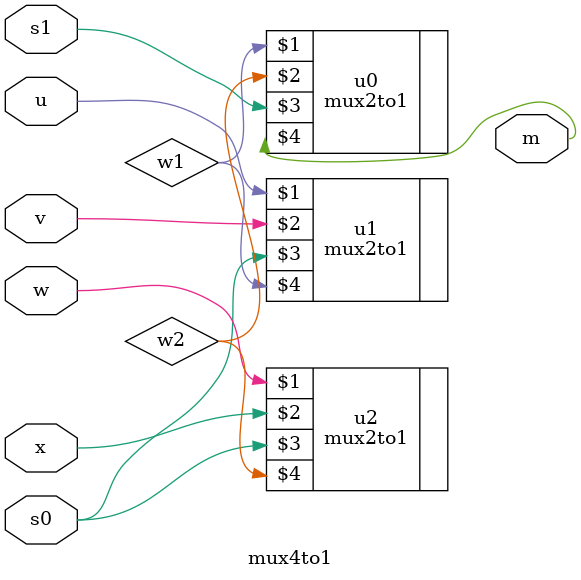
<source format=v>
module mux4to1(u,v,w,x,s1,s0,m);
    input u,v,w,x;
    input s1,s0;
    output m;

    wire w1,w2;
    
    mux2to1 u1(u,v,s0,w1);
    mux2to1 u2(w,x,s0,w2);
    mux2to1 u0(w1,w2,s1,m);
        
endmodule
</source>
